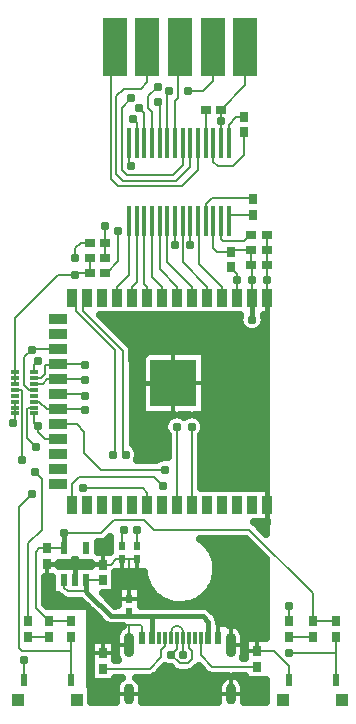
<source format=gbr>
G04 DipTrace 3.3.1.3*
G04 Top.gbr*
%MOIN*%
G04 #@! TF.FileFunction,Copper,L1,Top*
G04 #@! TF.Part,Single*
G04 #@! TA.AperFunction,Conductor*
%ADD13C,0.007874*%
%ADD14C,0.015748*%
%ADD15C,0.00689*%
G04 #@! TA.AperFunction,CopperBalancing*
%ADD16C,0.025*%
%ADD17C,0.012992*%
%ADD20R,0.027559X0.035433*%
%ADD21R,0.035433X0.027559*%
%ADD23R,0.023622X0.031496*%
%ADD24R,0.011811X0.044882*%
%ADD25R,0.023622X0.044882*%
G04 #@! TA.AperFunction,ComponentPad*
%ADD26O,0.035433X0.070866*%
%ADD27O,0.035433X0.082677*%
%ADD30R,0.07874X0.19685*%
%ADD31R,0.023622X0.043307*%
%ADD32R,0.03937X0.043307*%
%ADD33R,0.035433X0.059055*%
%ADD34R,0.059055X0.035433*%
%ADD35R,0.15748X0.15748*%
%ADD36R,0.015748X0.098425*%
%ADD38R,0.027559X0.011811*%
G04 #@! TA.AperFunction,ViaPad*
%ADD51C,0.031*%
%FSLAX26Y26*%
G04*
G70*
G90*
G75*
G01*
G04 Top*
%LPD*%
X543701Y643110D2*
D13*
X474950D1*
X913386Y2287434D2*
Y2417765D1*
X906201Y2424950D1*
X1041339Y2287434D2*
Y2197587D1*
X987451Y2143699D1*
X774091D1*
X749951Y2167839D1*
Y2608688D1*
X763091D1*
X990157Y2287434D2*
Y2215157D1*
X956201Y2181201D1*
X803537D1*
X787450Y2197288D1*
Y2406199D1*
X818701Y2437450D1*
X938976Y2287434D2*
Y2457726D1*
X943701Y2462450D1*
X1006201D2*
X1056201D1*
X1090256Y2496505D1*
Y2608688D1*
X1118110Y2287430D2*
Y2362844D1*
Y2399360D1*
X1118701Y2399950D1*
X1199311Y2608688D2*
Y2480560D1*
X1118701Y2399950D1*
X680020Y1956199D2*
X649950D1*
X631201Y1937450D1*
Y1906199D1*
X1269883Y1931201D2*
Y1981199D1*
X1270474Y1981790D1*
X1271808Y1831199D2*
X1271574D1*
Y1770538D1*
X1117654Y2362844D2*
X1118110D1*
X537451Y886269D2*
D14*
X631102D1*
X721064D1*
X724951Y882382D1*
X631102Y831201D2*
Y886269D1*
X837451Y900392D2*
D13*
X812450D1*
X787451D1*
X769143D1*
X751133Y882382D1*
X724951D1*
X631201Y899950D2*
D14*
X631102Y886269D1*
X812450Y768257D2*
D13*
Y900392D1*
X855357Y638189D2*
Y675794D1*
X849951Y681199D1*
X811263D1*
Y615748D1*
X724941Y587450D2*
Y681199D1*
X811263D1*
X1151420Y615748D2*
Y687450D1*
X1106201D1*
Y639314D1*
X1107326Y638189D1*
X1151420Y687450D2*
X1237451D1*
Y593699D1*
X1271614Y1081562D2*
D14*
Y1024186D1*
X1271530Y1024102D1*
X1271574Y1770538D2*
X1271614Y1488570D1*
Y1377844D1*
Y1081562D1*
X959094Y1488570D2*
D13*
Y1622057D1*
X931201Y1649950D1*
X959094Y1488570D2*
X1271614D1*
X959094D2*
Y1377844D1*
X1271614D1*
X959094Y1488570D2*
D14*
X853669D1*
Y1572419D1*
X931201Y1649950D1*
X853669Y1488570D2*
Y1385629D1*
X861454Y1377844D1*
X959094D1*
X431201Y1465895D2*
D15*
X452892D1*
X455375Y1463412D1*
Y1232155D1*
X455879D1*
X1271808Y1831199D2*
D13*
Y1879274D1*
X1269882Y1881201D1*
X1269883Y1931201D2*
X1269882Y1881201D1*
X461201Y499950D2*
Y565360D1*
X460604Y565957D1*
X1343720Y499950D2*
Y543680D1*
X1293701Y593699D1*
X1237451D1*
X1501201Y499950D2*
Y587450D1*
Y641860D1*
X1499951Y643109D1*
X1343701Y587450D2*
X1501201D1*
X924951Y1143701D2*
X893702Y1174950D1*
X643701D1*
X621614Y1152864D1*
Y1081562D1*
X494193Y1505265D2*
X517766D1*
X531201Y1518699D1*
Y1549950D1*
X573049D1*
X573822Y1550723D1*
X663424D1*
X664196Y1549951D1*
X494193Y1485580D2*
X523081D1*
X538224Y1500723D1*
X573822D1*
X663423D1*
X664196Y1499950D1*
X573822Y1450723D2*
X657173D1*
X664196Y1443701D1*
X474950Y694291D2*
Y953633D1*
X519660Y998343D1*
Y1167678D1*
X496374Y1190965D1*
X497608D1*
X494193Y1426525D2*
X510877D1*
X536678Y1400723D1*
X573822D1*
X663423D1*
X664196Y1399950D1*
X573822Y1350723D2*
X636677D1*
X662450Y1324950D1*
Y1256201D1*
X718701Y1199950D1*
X931201D1*
X1343701Y694290D2*
Y743699D1*
X887795Y2028970D2*
Y1843356D1*
X921575Y1809576D1*
Y1770538D1*
X862205Y2028970D2*
Y1818946D1*
X871575Y1809576D1*
Y1770538D1*
X836614Y2028970D2*
Y1824113D1*
X821575Y1809073D1*
Y1770538D1*
X811024Y2028962D2*
Y1848522D1*
X771575Y1809073D1*
Y1770538D1*
X494193Y1387155D2*
Y1355707D1*
X506201Y1343699D1*
X573822Y1300723D2*
X530428D1*
X506201Y1324950D1*
Y1343699D1*
X618681Y499950D2*
X618701Y595600D1*
Y643109D1*
Y595600D2*
X454302D1*
X443701Y606201D1*
Y1074951D1*
X487450Y1118701D1*
X656201Y1137450D2*
X856201D1*
X871614Y1122037D1*
Y1081562D1*
X1041339Y2028970D2*
X1045009D1*
Y1886142D1*
X1121575Y1809576D1*
Y1770538D1*
X964567Y2028970D2*
Y1947197D1*
X964573Y1947190D1*
X970694Y1342828D2*
Y1082482D1*
X971614Y1081562D1*
X1015748Y2028970D2*
Y1947448D1*
X1015979Y1947217D1*
X1020521Y1342571D2*
Y1082655D1*
X1021614Y1081562D1*
X990157Y2028970D2*
Y1890993D1*
X1071575Y1809576D1*
Y1770538D1*
X938976Y2028970D2*
Y1892175D1*
X1021575Y1809576D1*
Y1770538D1*
X913386Y2028970D2*
Y1867765D1*
X971575Y1809576D1*
Y1770538D1*
X494193Y1465895D2*
X477756D1*
X462450Y1481201D1*
Y1574950D1*
X487450Y1599950D1*
X488223Y1600723D1*
X573822D1*
X487450Y1599950D2*
D3*
X724941Y536269D2*
X880020D1*
X918701Y574950D1*
Y599950D1*
X932129Y613378D1*
Y638189D1*
X1237451Y542518D2*
X1088633D1*
X1050239Y580912D1*
Y638189D1*
X1143701Y2287450D2*
Y2349950D1*
X1168701Y2374950D1*
X1193701D1*
Y2323769D2*
Y2249950D1*
X1156201Y2212450D1*
X1106201D1*
X1092520Y2226131D1*
Y2287434D1*
X1224951Y2049950D2*
X1143701D1*
Y2028966D1*
X1066929Y2028970D2*
Y2085678D1*
X1087450Y2106199D1*
X1219883D1*
X1224951Y2101131D1*
X731201Y1856199D2*
X737449D1*
X774950Y1893701D1*
Y1993701D1*
X811024Y2287434D2*
Y2217412D1*
X818077Y2210358D1*
X1118110Y2028966D2*
Y1969290D1*
X1124950Y1962450D1*
X1193701D1*
X1213041Y1981790D1*
X1219293D1*
X1066929Y2287434D2*
Y2399360D1*
X1067520Y2399950D1*
X731201Y1906201D2*
Y2012450D1*
Y1956199D2*
Y2012450D1*
X836614Y2287434D2*
Y2357037D1*
X824951Y2368699D1*
X1171574Y1770538D2*
Y1831199D1*
Y1853327D1*
X1149951Y1874950D1*
X1171424Y1831047D2*
X1171574Y1831199D1*
X862205Y2287434D2*
Y2387696D1*
X843701Y2406199D1*
X887795Y2287434D2*
Y2393356D1*
X874950Y2406201D1*
Y2443699D1*
X906201Y2474950D1*
X1015748Y2287434D2*
Y2209497D1*
X968701Y2162450D1*
X791803D1*
X768701Y2185552D1*
Y2443701D1*
X793701Y2468701D1*
X849951D1*
X872146Y2490895D1*
Y2608688D1*
X494193Y1406840D2*
D15*
X474840D1*
X470081Y1402081D1*
Y1304819D1*
X499950Y1274950D1*
X494193Y1524950D2*
D13*
Y1550442D1*
X506201Y1562450D1*
X964567Y2287434D2*
Y2427066D1*
X974950Y2437449D1*
Y2608688D1*
X981201D1*
X886853Y638189D2*
D14*
Y712450D1*
X1056201D1*
X1075829Y692822D1*
Y638189D1*
X886853Y712450D2*
X812450D1*
X749950D1*
X672356Y790045D1*
X668504Y793896D1*
Y831201D1*
D13*
X724951D1*
X593701D2*
Y806201D1*
X606201Y793701D1*
X672356D1*
Y790045D1*
X812450Y724950D2*
Y712450D1*
X951814Y638189D2*
Y658167D1*
G02X991192Y659954I19668J1367D01*
G01*
X991184Y638189D1*
X990949Y582627D2*
X991184Y582862D1*
Y638189D1*
X671575Y1770538D2*
X658096D1*
Y1729306D1*
X792421Y1594980D1*
Y1249950D1*
X799953D1*
X837451Y943699D2*
Y999950D1*
X971499Y638189D2*
Y603207D1*
X950917Y582626D1*
X1010869Y638189D2*
Y605454D1*
X1021844Y594479D1*
Y567113D1*
X1008336Y553605D1*
X979938D1*
X950917Y582626D1*
X621575Y1770538D2*
X635408D1*
Y1726993D1*
X764984Y1597417D1*
Y1249950D1*
X756201D1*
X787451Y943699D2*
Y993701D1*
X793701Y999950D1*
X680020Y1906201D2*
Y1856199D1*
X631201D1*
Y1849950D1*
X1221575Y1770538D2*
Y1830812D1*
X1221188Y1831199D1*
X537451Y937450D2*
X593651D1*
X593701Y937500D1*
X537451Y937450D2*
X512450D1*
X499950Y924950D1*
Y738042D1*
X543701Y694291D1*
X593701Y937500D2*
D14*
Y987450D1*
X1221244Y1699950D2*
Y1770207D1*
X1221575Y1770538D1*
X431201Y1524950D2*
D13*
Y1505265D1*
Y1485580D1*
Y1426525D2*
Y1406840D1*
Y1387155D1*
X593701Y987450D2*
X718702D1*
X762451Y1031199D1*
X862451D1*
X893701Y999950D1*
X1212450D1*
X1424950Y787450D1*
Y694290D1*
X431201Y1524950D2*
Y1706199D1*
X574951Y1849950D1*
X631201D1*
X431201Y1387155D2*
Y1362450D1*
X424950Y1356199D1*
X1092520Y2028970D2*
Y1938631D1*
X1105020Y1926131D1*
X1149951D1*
X1218702Y1931201D2*
X1155021D1*
X1149951Y1926131D1*
X1218702Y1931201D2*
X1218701Y1881201D1*
X1221188Y1831199D2*
Y1878714D1*
X1218701Y1881201D1*
X543701Y694291D2*
X618701Y694290D1*
X1499951D2*
X1424950D1*
X1343701Y643109D2*
X1424950D1*
D51*
X943701Y2462450D3*
X1006201D3*
X906201Y2424950D3*
Y2474950D3*
X843701Y2406199D3*
X818701Y2437450D3*
X824951Y2368699D3*
X818077Y2210358D3*
X990949Y582627D3*
X950917Y582626D3*
X756201Y1249950D3*
X799953D3*
X964573Y1947190D3*
X1015979Y1947217D3*
X499950Y1274950D3*
X506201Y1562450D3*
X774950Y1993701D3*
X731201Y2012450D3*
X631201Y1906199D3*
Y1849950D3*
X664196Y1549951D3*
Y1499950D3*
Y1443701D3*
Y1399950D3*
X487450Y1599950D3*
X506201Y1343699D3*
X1221188Y1831199D3*
X1271808D3*
X1117654Y2362844D3*
X970694Y1342828D3*
X1020521Y1342571D3*
X793701Y999950D3*
X837451D3*
X593701Y987450D3*
X1221244Y1699950D3*
X497608Y1190965D3*
X631201Y899950D3*
X931201Y1199950D3*
X1343701Y743699D3*
X1271530Y1024102D3*
X460604Y565957D3*
X931201Y1649950D3*
X455879Y1232155D3*
X424950Y1356199D3*
X1343701Y587450D3*
X924951Y1143701D3*
X656201Y1137450D3*
X487450Y1118701D3*
X1171424Y1831047D3*
X738431Y1694487D2*
D16*
X1177103D1*
X763299Y1669618D2*
X1189699D1*
X1252795D2*
X1266204D1*
X788203Y1644749D2*
X1266204D1*
X813070Y1619881D2*
X1266204D1*
X825343Y1595012D2*
X1266204D1*
X825343Y1570143D2*
X851347D1*
X1066843D2*
X1266204D1*
X825343Y1545274D2*
X851347D1*
X1066843D2*
X1266204D1*
X825343Y1520406D2*
X851347D1*
X1066843D2*
X1266204D1*
X825343Y1495537D2*
X851347D1*
X1066843D2*
X1266204D1*
X825343Y1470668D2*
X851347D1*
X1066843D2*
X1266204D1*
X825343Y1445799D2*
X851347D1*
X1066843D2*
X1266204D1*
X825343Y1420930D2*
X851347D1*
X1066843D2*
X1266204D1*
X825343Y1396062D2*
X851347D1*
X1066843D2*
X1266204D1*
X825343Y1371193D2*
X937217D1*
X1053746D2*
X1266204D1*
X825343Y1346324D2*
X926345D1*
X1064834D2*
X1266204D1*
X825343Y1321455D2*
X932050D1*
X1059308D2*
X1266204D1*
X825343Y1296587D2*
X937756D1*
X1053458D2*
X1266204D1*
X838369Y1271718D2*
X937756D1*
X1053458D2*
X1266204D1*
X844325Y1246849D2*
X937756D1*
X1053458D2*
X1266204D1*
X1053458Y1221980D2*
X1266204D1*
X1053458Y1197112D2*
X1266204D1*
X1053458Y1172243D2*
X1266204D1*
X1053458Y1147374D2*
X1266204D1*
X1234781Y1023030D2*
X1266204D1*
X709293Y948424D2*
X746637D1*
X1074594D2*
X1218442D1*
X1091424Y923555D2*
X1243310D1*
X1100826Y898686D2*
X1266204D1*
X1104486Y873818D2*
X1266204D1*
X767713Y848949D2*
X859421D1*
X1102979D2*
X1266204D1*
X532887Y824080D2*
X552898D1*
X767713D2*
X866346D1*
X1096053D2*
X1266204D1*
X532887Y799211D2*
X552898D1*
X853261D2*
X879767D1*
X1082632D2*
X1266204D1*
X532887Y774343D2*
X580026D1*
X739149D2*
X771648D1*
X853261D2*
X903092D1*
X1059308D2*
X1266204D1*
X534035Y749474D2*
X661842D1*
X853261D2*
X958604D1*
X1003795D2*
X1266204D1*
X1095156Y724605D2*
X1266204D1*
X683708Y699736D2*
X711578D1*
X1111986D2*
X1266204D1*
X683708Y674867D2*
X782413D1*
X1180273D2*
X1266204D1*
X683708Y649999D2*
X765835D1*
X1196816D2*
X1266204D1*
X914946Y525655D2*
X965422D1*
X1022849D2*
X1059977D1*
X844397Y500786D2*
X1118289D1*
X687045Y475917D2*
X765117D1*
X857423D2*
X1105263D1*
X1197569D2*
X1266204D1*
X687045Y451049D2*
X764543D1*
X857961D2*
X1104725D1*
X1198144D2*
X1266204D1*
X687045Y426180D2*
X765153D1*
X857351D2*
X1105299D1*
X1197533D2*
X1266204D1*
X765223Y838198D2*
Y786992D1*
X723992D1*
X764176Y746825D1*
X774147Y747014D1*
Y810497D1*
X850753D1*
Y746817D1*
X1058897Y746710D1*
X1064223Y745867D1*
X1069352Y744200D1*
X1074157Y741752D1*
X1078520Y738582D1*
X1100130Y717122D1*
X1103632Y713021D1*
X1106450Y708423D1*
X1108514Y703441D1*
X1109772Y698198D1*
X1110196Y692822D1*
Y687116D1*
X1145629Y687122D1*
Y683197D1*
X1152541Y683565D1*
X1159838Y682770D1*
X1166903Y680779D1*
X1173542Y677646D1*
X1179571Y673458D1*
X1184823Y668330D1*
X1189155Y662404D1*
X1192446Y655842D1*
X1194606Y648827D1*
X1195575Y641550D1*
X1195591Y590290D1*
X1194678Y583006D1*
X1192572Y575974D1*
X1191244Y572945D1*
X1197180Y573375D1*
Y637908D1*
X1268697D1*
X1268701Y900654D1*
X1199858Y969509D1*
X1047921Y969521D1*
X1057452Y962511D1*
X1064354Y956452D1*
X1070776Y949887D1*
X1076681Y942853D1*
X1082035Y935391D1*
X1086808Y927544D1*
X1090971Y919357D1*
X1094500Y910879D1*
X1097376Y902156D1*
X1099581Y893241D1*
X1101103Y884184D1*
X1101933Y875037D1*
X1102100Y868690D1*
X1101751Y859513D1*
X1100706Y850388D1*
X1098972Y841369D1*
X1096558Y832508D1*
X1093479Y823856D1*
X1089752Y815462D1*
X1085398Y807375D1*
X1080443Y799642D1*
X1074915Y792308D1*
X1068846Y785415D1*
X1062272Y779002D1*
X1055230Y773106D1*
X1047760Y767763D1*
X1039907Y763001D1*
X1031714Y758850D1*
X1023231Y755332D1*
X1014504Y752469D1*
X1005586Y750276D1*
X996526Y748767D1*
X987379Y747949D1*
X978195Y747829D1*
X969029Y748406D1*
X959934Y749677D1*
X950961Y751634D1*
X942162Y754268D1*
X933589Y757561D1*
X925290Y761496D1*
X917314Y766050D1*
X909707Y771196D1*
X902513Y776904D1*
X895772Y783142D1*
X889525Y789874D1*
X883806Y797060D1*
X878650Y804660D1*
X874085Y812630D1*
X870139Y820923D1*
X866833Y829492D1*
X864187Y838286D1*
X862217Y847257D1*
X860816Y858177D1*
X765218Y858152D1*
X765216Y838173D1*
X706806Y926591D2*
X749149D1*
X749148Y974842D1*
X738464Y964312D1*
X734601Y961505D1*
X730347Y959337D1*
X725806Y957862D1*
X721090Y957115D1*
X706824Y957021D1*
X706807Y926616D1*
X684680Y879347D2*
Y889351D1*
X577711Y889354D1*
X577723Y879343D1*
X684709Y879346D1*
X555396Y842060D2*
X530378D1*
X530379Y750661D1*
X537326Y743700D1*
X669685Y743661D1*
X660692Y753107D1*
X650526Y763273D1*
X603813Y763365D1*
X599097Y764112D1*
X594556Y765588D1*
X590302Y767756D1*
X586439Y770562D1*
X573815Y783053D1*
X555398Y783055D1*
Y842084D1*
X767063Y468891D2*
X767496Y475136D1*
X769132Y482292D1*
X771929Y489079D1*
X775811Y495309D1*
X780670Y500811D1*
X786372Y505434D1*
X786992Y505837D1*
X765226Y505840D1*
X765213Y492060D1*
X684669D1*
Y631659D1*
X765213D1*
Y566734D1*
X775071Y566698D1*
X772087Y571641D1*
X769237Y578406D1*
X767546Y585549D1*
X767063Y592120D1*
X767130Y641953D1*
X768165Y649220D1*
X770389Y656216D1*
X773740Y662747D1*
X778126Y668634D1*
X783425Y673714D1*
X789491Y677847D1*
X789927Y678081D1*
X747254Y678190D1*
X741927Y679033D1*
X736799Y680700D1*
X731994Y683148D1*
X727631Y686318D1*
X686675Y727124D1*
X681118Y732681D1*
X681201Y657709D1*
Y479185D1*
X684544Y479198D1*
Y424977D1*
X767857Y425077D1*
X767068Y432375D1*
X767054Y468826D1*
X835535Y505836D2*
X840805Y501787D1*
X845840Y496445D1*
X849921Y490344D1*
X852937Y483651D1*
X854804Y476552D1*
X855470Y469241D1*
X855319Y429795D1*
X854634Y424944D1*
X1108015Y425077D1*
X1107225Y432375D1*
X1107287Y471481D1*
X1108323Y478748D1*
X1110547Y485743D1*
X1113898Y492275D1*
X1118283Y498161D1*
X1123582Y503241D1*
X1129649Y507374D1*
X1136316Y510446D1*
X1142028Y512090D1*
X1086245Y512183D1*
X1081529Y512930D1*
X1076988Y514405D1*
X1072733Y516573D1*
X1068870Y519380D1*
X1042934Y545183D1*
X1028098Y530466D1*
X1024235Y527660D1*
X1019981Y525492D1*
X1015440Y524016D1*
X1010723Y523270D1*
X979938Y523176D1*
X975178Y523550D1*
X970535Y524665D1*
X966124Y526492D1*
X962052Y528987D1*
X958422Y532088D1*
X949871Y540639D1*
X944348Y541151D1*
X937941Y542689D1*
X931959Y545162D1*
X899782Y513130D1*
X895919Y510324D1*
X891664Y508156D1*
X887123Y506681D1*
X882407Y505934D1*
X835559Y505840D1*
X1160799Y512091D2*
X1166903Y510307D1*
X1173542Y507174D1*
X1179571Y502986D1*
X1184823Y497858D1*
X1189155Y491931D1*
X1192446Y485370D1*
X1194606Y478354D1*
X1195575Y471078D1*
X1195591Y431628D1*
X1194791Y424944D1*
X1268720Y424950D1*
X1268537Y498310D1*
X1197180D1*
Y512125D1*
X1160839Y512089D1*
X1268696Y1714518D2*
X1260629D1*
X1262076Y1709753D1*
X1263107Y1703245D1*
Y1696655D1*
X1262076Y1690147D1*
X1260040Y1683880D1*
X1257048Y1678009D1*
X1253175Y1672678D1*
X1248516Y1668019D1*
X1243185Y1664146D1*
X1237314Y1661154D1*
X1231047Y1659118D1*
X1224539Y1658087D1*
X1217949D1*
X1211441Y1659118D1*
X1205174Y1661154D1*
X1199303Y1664146D1*
X1193972Y1668019D1*
X1189313Y1672678D1*
X1185440Y1678009D1*
X1182448Y1683880D1*
X1180412Y1690147D1*
X1179381Y1696655D1*
Y1703245D1*
X1180412Y1709753D1*
X1181891Y1714509D1*
X715940Y1714518D1*
X815560Y1614742D1*
X818366Y1610880D1*
X820534Y1606625D1*
X822010Y1602084D1*
X822757Y1597368D1*
X822850Y1521490D1*
Y1285120D1*
X827224Y1281881D1*
X831884Y1277222D1*
X835757Y1271891D1*
X838748Y1266020D1*
X840785Y1259753D1*
X841815Y1253245D1*
Y1246655D1*
X840785Y1240147D1*
X838748Y1233880D1*
X837085Y1230380D1*
X902248Y1230379D1*
X906518Y1233922D1*
X912137Y1237365D1*
X918225Y1239887D1*
X924632Y1241425D1*
X931201Y1241942D1*
X937770Y1241425D1*
X940258Y1240930D1*
X940265Y1313899D1*
X936722Y1318146D1*
X933279Y1323764D1*
X930757Y1329852D1*
X929219Y1336259D1*
X928702Y1342828D1*
X929219Y1349397D1*
X930757Y1355804D1*
X933279Y1361892D1*
X936722Y1367510D1*
X941001Y1372521D1*
X946012Y1376800D1*
X951630Y1380243D1*
X957718Y1382765D1*
X959602Y1383337D1*
X853862D1*
Y1593802D1*
X1064327D1*
Y1383337D1*
X1030588D1*
X1036591Y1381367D1*
X1042462Y1378375D1*
X1047793Y1374502D1*
X1052452Y1369843D1*
X1056325Y1364512D1*
X1059317Y1358641D1*
X1061353Y1352374D1*
X1062384Y1345866D1*
Y1339276D1*
X1061353Y1332768D1*
X1059317Y1326501D1*
X1056325Y1320630D1*
X1052452Y1315299D1*
X1050957Y1313682D1*
X1050950Y1137565D1*
X1165823Y1137545D1*
X1268694Y1137581D1*
X1268701Y1714508D1*
X1268707Y1025542D2*
X1228918D1*
X1233967Y1021467D1*
X1268704Y986730D1*
X1268701Y1025531D1*
X1010450Y1383337D2*
X981757D1*
X986764Y1381624D1*
X992635Y1378632D1*
X995839Y1376543D1*
X1001457Y1379986D1*
X1007545Y1382508D1*
X1010483Y1383336D1*
X724951Y926555D2*
D17*
Y882382D1*
X684716D2*
X724951D1*
X537451Y886269D2*
Y842096D1*
Y886269D2*
X577687D1*
X837451Y900392D2*
Y858188D1*
X787451Y900392D2*
Y858188D1*
X812450Y810461D2*
Y768257D1*
X774183D2*
X850718D1*
X1107326Y687086D2*
Y638189D1*
X767090Y451181D2*
X855436D1*
X1151420Y513071D2*
Y451181D1*
X1107247D2*
X1195593D1*
X767090Y615748D2*
X811263D1*
X1151420Y683543D2*
Y615748D1*
X1195593D1*
X724941Y631623D2*
Y587450D1*
X684705D2*
X765177D1*
X1237451Y637872D2*
Y593699D1*
X1197216D2*
X1237451D1*
X1271574Y1770538D2*
Y1714554D1*
X1271614Y1137545D2*
Y1025578D1*
X959094Y1593766D2*
Y1383373D1*
X853898Y1488570D2*
X1064291D1*
D20*
X1193701Y2374950D3*
Y2323769D3*
X1224951Y2049950D3*
Y2101131D3*
D21*
X1218702Y1931201D3*
X1269883D3*
X1219293Y1981790D3*
X1270474D3*
X1118701Y2399950D3*
X1067520D3*
D20*
X724951Y831201D3*
Y882382D3*
X537451Y937450D3*
Y886269D3*
D23*
X837451Y943699D3*
Y900392D3*
X787451Y943699D3*
Y900392D3*
X812450Y724950D3*
Y768257D3*
D20*
X1424950Y643109D3*
Y694290D3*
X543701Y643110D3*
Y694291D3*
D24*
X912444Y638189D3*
X932129D3*
X951814D3*
X971499D3*
X991184D3*
X1010869D3*
X1030554D3*
X1050239D3*
D25*
X1075830D3*
X1107326D3*
X855357D3*
X886853D3*
D26*
X811263Y451181D3*
X1151420D3*
D27*
X811263Y615748D3*
X1151420D3*
D30*
X1199311Y2608688D3*
X1090256D3*
X981201D3*
X872146D3*
X763091D3*
D20*
X724941Y587450D3*
Y536269D3*
X1237451Y593699D3*
Y542518D3*
X618701Y694290D3*
Y643109D3*
X1343701D3*
Y694290D3*
X474950Y643110D3*
Y694291D3*
X1499951Y694290D3*
Y643109D3*
D21*
X731201Y1956199D3*
X680020D3*
X731201Y1906201D3*
X680020D3*
X731201Y1856199D3*
X680020D3*
D31*
X618681Y499950D3*
X461201D3*
D32*
X638366Y431052D3*
X441516D3*
D33*
X1271574Y1770538D3*
X1221574D3*
X1171574D3*
X1121574D3*
X1071574D3*
X1021574D3*
X971574D3*
X921574D3*
X871574D3*
X821574D3*
X771574D3*
X721574D3*
X671574D3*
X621574D3*
D34*
X573821Y1700723D3*
Y1650723D3*
Y1600723D3*
Y1550723D3*
Y1500723D3*
Y1450723D3*
Y1400723D3*
Y1350723D3*
Y1300723D3*
Y1250723D3*
D33*
X621614Y1081562D3*
X671614D3*
X721614D3*
X771614D3*
X821614D3*
X871614D3*
X921614D3*
X971614D3*
X1021614D3*
X1071614D3*
X1121614D3*
X1171614D3*
X1221614D3*
X1271614D3*
D35*
X959094Y1488570D3*
D34*
X573821Y1200723D3*
Y1150723D3*
D36*
X1143701Y2287450D3*
X1118110Y2287430D3*
X1092520Y2287434D3*
X1066929D3*
X1041339D3*
X1015748D3*
X990157D3*
X964567D3*
X938976D3*
X913386D3*
X887795D3*
X862205D3*
X836614D3*
X811024D3*
Y2028962D3*
X836614Y2028970D3*
X862205D3*
X887795D3*
X913386D3*
X938976D3*
X964567D3*
X990157D3*
X1015748D3*
X1041339D3*
X1066929D3*
X1092520D3*
X1118110Y2028966D3*
X1143701D3*
D31*
X593701Y831201D3*
X631102D3*
X668504D3*
Y937500D3*
X593701D3*
X1501201Y499950D3*
X1343720D3*
D32*
X1520886Y431052D3*
X1324035D3*
D38*
X431201Y1524950D3*
Y1505265D3*
Y1485580D3*
Y1465895D3*
Y1446210D3*
Y1426525D3*
Y1406840D3*
Y1387155D3*
X494193D3*
Y1406840D3*
Y1426525D3*
Y1446210D3*
Y1465895D3*
Y1485580D3*
Y1505265D3*
Y1524950D3*
D20*
X1149951Y1874950D3*
Y1926131D3*
D21*
X1218701Y1881201D3*
X1269882D3*
M02*

</source>
